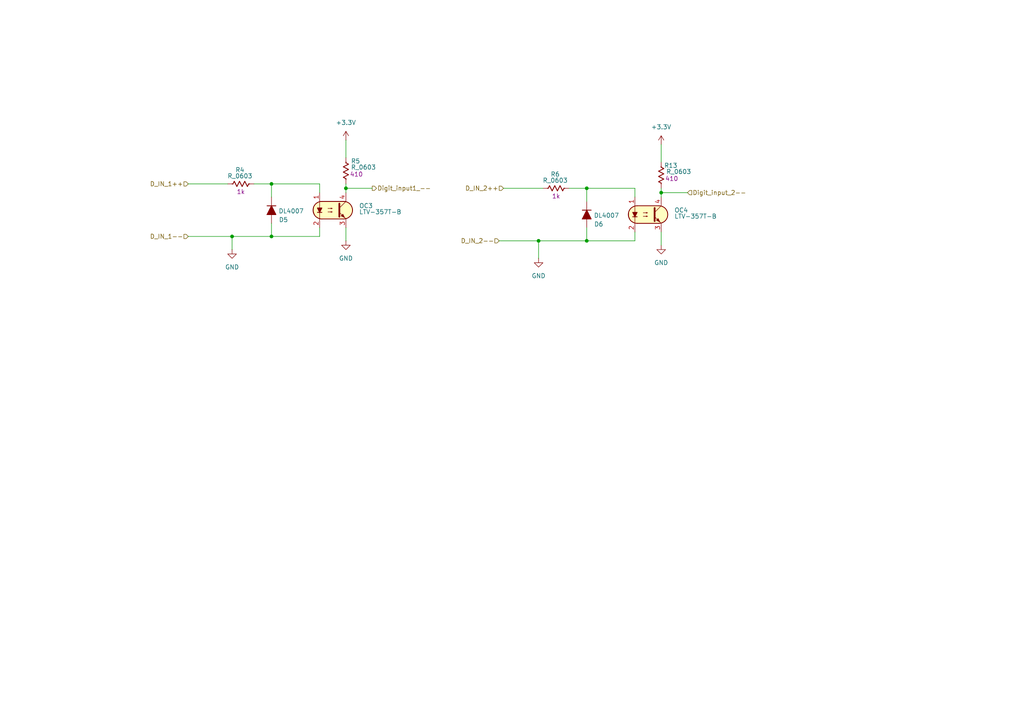
<source format=kicad_sch>
(kicad_sch (version 20250114) (generator "eeschema") (generator_version "9.0")
  (paper "A4")
  (lib_symbols
    (symbol "PCM_Diode_AKL:DL4007" (pin_numbers (hide yes)) (pin_names (offset 1.016) (hide yes))
      (property "Reference" "D" (at 0 5.08 0))
      (property "Value" "DL4007" (at 0 2.54 0))
      (symbol "DL4007_0_1"
        (polyline (pts (xy -1.27 1.27) (xy -1.27 -1.27) (xy 1.27 0) (xy -1.27 1.27)) (stroke (width 0.254)) (fill (type outline)))
        (polyline (pts (xy -1.27 0) (xy 1.27 0)))
        (polyline (pts (xy 1.27 1.27) (xy 1.27 -1.27)) (stroke (width 0.254)))
      )
      (symbol "DL4007_0_2"
        (polyline (pts (xy -2.54 -2.54) (xy 2.54 2.54)))
        (polyline (pts (xy -0.889 -0.889) (xy -1.778 0) (xy 0.889 0.889) (xy 0 -1.778) (xy -0.889 -0.889)) (stroke (width 0.254)) (fill (type outline)))
        (polyline (pts (xy 0 1.778) (xy 1.778 0)) (stroke (width 0.254)))
      )
      (symbol "DL4007_1_1"
        (pin passive line (at -3.81 0 0) (length 2.54) (name "A") (number "2"))
        (pin passive line (at 3.81 0 180) (length 2.54) (name "K") (number "1"))
      )
      (symbol "DL4007_1_2"
        (pin passive line (at -2.54 -2.54 0) (length 0) (name "A") (number "2"))
        (pin passive line (at 2.54 2.54 180) (length 0) (name "K") (number "1"))
      )
    )
    (symbol "PCM_Optocoupler_AKL:LTV-357T-B" (pin_names (offset 1.016))
      (property "Reference" "OC" (at 6.35 1.27 0))
      (property "Value" "LTV-357T-B" (at 6.35 -1.27 0))
      (symbol "LTV-357T-B_0_1"
        (polyline (pts (xy -4.445 -0.635) (xy -3.175 -0.635)) (stroke (width 0.254)))
        (polyline (pts (xy -3.81 -0.635) (xy -4.445 0.635) (xy -3.175 0.635) (xy -3.81 -0.635)) (stroke (width 0.254)) (fill (type outline)))
        (polyline (pts (xy -3.81 -2.54) (xy -3.81 -1.27) (xy -3.81 2.54)) (stroke (width 0.1524)))
        (polyline (pts (xy -3.175 2.54) (xy 3.175 2.54)) (stroke (width 0.254)))
        (arc (start -3.1975 -2.54) (mid -5.7151 0) (end -3.1975 2.54) (stroke (width 0.254)))
        (polyline (pts (xy -2.54 2.54) (xy 3.429 2.54) (xy 4.318 2.286) (xy 4.699 2.032) (xy 5.08 1.651) (xy 5.461 1.016) (xy 5.715 0.381) (xy 5.715 -0.381) (xy 5.461 -1.143) (xy 4.826 -1.905) (xy 4.191 -2.286) (xy 3.302 -2.54) (xy -3.81 -2.54) (xy -3.81 -2.54) (xy -4.572 -2.032) (xy -5.08 -1.778) (xy -5.588 -0.508) (xy -5.588 0.254) (xy -5.588 1.016) (xy -5.08 1.778) (xy -4.318 2.286) (xy -3.556 2.54) (xy -2.54 2.54)) (stroke (width 0.01)) (fill (type background)))
        (polyline (pts (xy -1.397 0.508) (xy -0.127 0.508) (xy -0.508 0.381) (xy -0.508 0.635) (xy -0.127 0.508)))
        (polyline (pts (xy -1.397 -0.508) (xy -0.127 -0.508) (xy -0.508 -0.635) (xy -0.508 -0.381) (xy -0.127 -0.508)))
        (polyline (pts (xy 1.905 1.905) (xy 1.905 -1.905) (xy 1.905 -1.905)) (stroke (width 0.508)))
        (polyline (pts (xy 1.905 0.635) (xy 3.81 2.54)))
        (polyline (pts (xy 2.413 -1.651) (xy 2.921 -1.143) (xy 3.429 -2.159) (xy 2.413 -1.651) (xy 2.413 -1.651)) (fill (type outline)))
        (arc (start 3.1975 2.54) (mid 5.7151 0) (end 3.1975 -2.54) (stroke (width 0.254)))
        (polyline (pts (xy 3.175 -2.54) (xy -3.175 -2.54)) (stroke (width 0.254)))
        (polyline (pts (xy 3.81 -2.54) (xy 1.905 -0.635)) (fill (type outline)))
      )
      (symbol "LTV-357T-B_1_1"
        (pin passive line (at -3.81 5.08 270) (length 2.54) (name "~") (number "1"))
        (pin passive line (at -3.81 -5.08 90) (length 2.54) (name "~") (number "2"))
        (pin passive line (at 3.81 5.08 270) (length 2.54) (name "~") (number "4"))
        (pin passive line (at 3.81 -5.08 90) (length 2.54) (name "~") (number "3"))
      )
    )
    (symbol "PCM_Resistor_US_AKL:R_0603" (pin_numbers (hide yes)) (pin_names (offset 0))
      (property "Reference" "R" (at 2.54 1.27 0))
      (property "Value" "R_0603" (at 2.54 -1.27 0))
      (symbol "R_0603_0_1"
        (polyline (pts (xy 0 2.286) (xy 0 2.54)) (stroke (width 0.254)))
        (polyline (pts (xy 0 2.286) (xy 0.762 1.905) (xy -0.762 1.143) (xy 0 0.762) (xy 0.762 0.381) (xy 0 0) (xy -0.762 -0.381) (xy 0 -0.762) (xy 0.762 -1.143) (xy 0 -1.524) (xy -0.762 -1.905) (xy 0 -2.286)) (stroke (width 0.254)))
        (polyline (pts (xy 0 -2.286) (xy 0 -2.54)) (stroke (width 0.254)))
      )
      (symbol "R_0603_0_2"
        (polyline (pts (xy -2.54 -2.54) (xy -1.778 -1.778)))
        (polyline (pts (xy -1.778 -1.778) (xy -1.524 -1.524)) (stroke (width 0.254)))
        (polyline (pts (xy -1.524 -1.524) (xy -1.778 -0.762) (xy -1.016 -1.016)) (stroke (width 0.254)))
        (polyline (pts (xy -0.508 -0.508) (xy -0.762 0.254) (xy 0 0)) (stroke (width 0.254)))
        (polyline (pts (xy -0.508 -0.508) (xy -0.254 -1.27) (xy -1.016 -1.016)) (stroke (width 0.254)))
        (polyline (pts (xy 0.508 0.508) (xy 0.254 1.27) (xy 1.016 1.016)) (stroke (width 0.254)))
        (polyline (pts (xy 0.508 0.508) (xy 0.762 -0.254) (xy 0 0)) (stroke (width 0.254)))
        (polyline (pts (xy 1.524 1.524) (xy 1.778 0.762) (xy 1.016 1.016)) (stroke (width 0.254)))
        (polyline (pts (xy 1.778 1.778) (xy 1.524 1.524)) (stroke (width 0.254)))
        (polyline (pts (xy 1.778 1.778) (xy 2.54 2.54)))
      )
      (symbol "R_0603_1_1"
        (pin passive line (at 0 3.81 270) (length 1.27) (name "~") (number "1"))
        (pin passive line (at 0 -3.81 90) (length 1.27) (name "~") (number "2"))
      )
      (symbol "R_0603_1_2"
        (pin passive line (at -2.54 -2.54 0) (length 0) (name "") (number "2"))
        (pin passive line (at 2.54 2.54 180) (length 0) (name "") (number "1"))
      )
    )
    (symbol "power:+3.3V" (power) (pin_numbers (hide yes)) (pin_names (offset 0) (hide yes))
      (property "Value" "+3.3V" (at 0 3.556 0))
      (symbol "+3.3V_0_1"
        (polyline (pts (xy -0.762 1.27) (xy 0 2.54)))
        (polyline (pts (xy 0 2.54) (xy 0.762 1.27)))
        (polyline (pts (xy 0 0) (xy 0 2.54)))
      )
      (symbol "+3.3V_1_1"
        (pin power_in line (at 0 0 90) (length 0) (name "~") (number "1"))
      )
    )
    (symbol "power:GND" (power) (pin_numbers (hide yes)) (pin_names (offset 0) (hide yes))
      (property "Value" "GND" (at 0 -3.81 0))
      (symbol "GND_0_1"
        (polyline (pts (xy 0 0) (xy 0 -1.27) (xy 1.27 -1.27) (xy 0 -2.54) (xy -1.27 -1.27) (xy 0 -1.27)))
      )
      (symbol "GND_1_1"
        (pin power_in line (at 0 0 270) (length 0) (name "~") (number "1"))
      )
    )
  )
  (junction (at 170.18 69.85))
  (junction (at 156.21 69.85))
  (junction (at 191.77 55.88))
  (junction (at 78.74 68.58))
  (junction (at 67.31 68.58))
  (junction (at 78.74 53.34))
  (junction (at 170.18 54.61))
  (junction (at 100.33 54.61))
  (wire (pts (xy 165.1 54.61) (xy 170.18 54.61)))
  (wire (pts (xy 156.21 69.85) (xy 156.21 74.93)))
  (wire (pts (xy 78.74 53.34) (xy 92.71 53.34)))
  (wire (pts (xy 100.33 53.34) (xy 100.33 54.61)))
  (wire (pts (xy 78.74 64.77) (xy 78.74 68.58)))
  (wire (pts (xy 100.33 40.64) (xy 100.33 45.72)))
  (wire (pts (xy 54.61 53.34) (xy 66.04 53.34)))
  (wire (pts (xy 78.74 53.34) (xy 78.74 57.15)))
  (wire (pts (xy 144.78 69.85) (xy 156.21 69.85)))
  (wire (pts (xy 73.66 53.34) (xy 78.74 53.34)))
  (wire (pts (xy 191.77 55.88) (xy 191.77 57.15)))
  (wire (pts (xy 191.77 67.31) (xy 191.77 71.12)))
  (wire (pts (xy 170.18 69.85) (xy 184.15 69.85)))
  (wire (pts (xy 67.31 68.58) (xy 67.31 72.39)))
  (wire (pts (xy 184.15 67.31) (xy 184.15 69.85)))
  (wire (pts (xy 92.71 66.04) (xy 92.71 68.58)))
  (wire (pts (xy 100.33 54.61) (xy 100.33 55.88)))
  (wire (pts (xy 170.18 66.04) (xy 170.18 69.85)))
  (wire (pts (xy 184.15 54.61) (xy 184.15 57.15)))
  (wire (pts (xy 191.77 55.88) (xy 199.39 55.88)))
  (wire (pts (xy 191.77 41.91) (xy 191.77 46.99)))
  (wire (pts (xy 92.71 53.34) (xy 92.71 55.88)))
  (wire (pts (xy 100.33 54.61) (xy 107.95 54.61)))
  (wire (pts (xy 100.33 66.04) (xy 100.33 69.85)))
  (wire (pts (xy 54.61 68.58) (xy 67.31 68.58)))
  (wire (pts (xy 156.21 69.85) (xy 170.18 69.85)))
  (wire (pts (xy 146.05 54.61) (xy 157.48 54.61)))
  (wire (pts (xy 78.74 68.58) (xy 92.71 68.58)))
  (wire (pts (xy 170.18 54.61) (xy 170.18 58.42)))
  (wire (pts (xy 170.18 54.61) (xy 184.15 54.61)))
  (wire (pts (xy 191.77 54.61) (xy 191.77 55.88)))
  (wire (pts (xy 67.31 68.58) (xy 78.74 68.58)))
  (hierarchical_label "D_IN_2--" (shape input) (at 144.78 69.85 180))
  (hierarchical_label "D_IN_1++" (shape input) (at 54.61 53.34 180))
  (hierarchical_label "D_IN_1--" (shape input) (at 54.61 68.58 180))
  (hierarchical_label "Digit_input_2--" (shape input) (at 199.39 55.88 0))
  (hierarchical_label "D_IN_2++" (shape input) (at 146.05 54.61 180))
  (hierarchical_label "Digit_input1_--" (shape output) (at 107.95 54.61 0))
  (symbol (lib_id "PCM_Resistor_US_AKL:R_0603") (at 69.85 53.34 90) (unit 1)
    (property "Reference" "R4" (at 69.596 49.276 90))
    (property "Value" "R_0603" (at 69.596 51.054 90))
    (property "Footprint" "PCM_Resistor_SMD_AKL:R_0603_1608Metric" (effects (hide yes)))
    (property "Description" "SMD 0603 Chip Resistor, US Symbol, Alternate KiCad Library" (effects (hide yes)))
    (property "Capacidad" "1k" (at 69.85 55.626 90))
  )
  (symbol (lib_id "PCM_Resistor_US_AKL:R_0603") (at 100.33 49.53 0) (unit 1)
    (property "Reference" "R5" (at 103.124 46.736 0))
    (property "Value" "R_0603" (at 105.41 48.514 0))
    (property "Footprint" "PCM_Resistor_SMD_AKL:R_0603_1608Metric" (effects (hide yes)))
    (property "Description" "SMD 0603 Chip Resistor, US Symbol, Alternate KiCad Library" (effects (hide yes)))
    (property "Capacidad" "410" (at 103.378 50.546 0))
  )
  (symbol (lib_id "PCM_Diode_AKL:DL4007") (at 78.74 60.96 90) (unit 1)
    (property "Reference" "D5" (at 83.566 63.754 90) (effects (justify left)))
    (property "Value" "DL4007" (at 88.138 61.214 90) (effects (justify left)))
    (property "Footprint" "Diode_SMD:D_0805_2012Metric_Pad1.15x1.40mm_HandSolder" (effects (hide yes)))
    (property "Datasheet" "https://www.diodes.com/assets/Datasheets/products_inactive_data/ds16001.pdf" (effects (hide yes)))
    (property "Description" "MELF Diode, Rectifier, 1000V, 1A, Alternate KiCad Library" (effects (hide yes)))
  )
  (symbol (lib_id "power:GND") (at 156.21 74.93 0) (unit 1)
    (property "Reference" "#PWR036" (effects (hide yes)))
    (property "Value" "GND" (at 156.21 80.01 0))
    (property "Description" "Power symbol creates a global label with name \"GND\" , ground" (effects (hide yes)))
  )
  (symbol (lib_id "power:GND") (at 191.77 71.12 0) (unit 1)
    (property "Reference" "#PWR034" (effects (hide yes)))
    (property "Value" "GND" (at 191.77 76.2 0))
    (property "Description" "Power symbol creates a global label with name \"GND\" , ground" (effects (hide yes)))
  )
  (symbol (lib_id "power:GND") (at 67.31 72.39 0) (unit 1)
    (property "Reference" "#PWR035" (effects (hide yes)))
    (property "Value" "GND" (at 67.31 77.47 0))
    (property "Description" "Power symbol creates a global label with name \"GND\" , ground" (effects (hide yes)))
  )
  (symbol (lib_id "PCM_Resistor_US_AKL:R_0603") (at 161.29 54.61 90) (unit 1)
    (property "Reference" "R6" (at 161.036 50.546 90))
    (property "Value" "R_0603" (at 161.036 52.324 90))
    (property "Footprint" "PCM_Resistor_SMD_AKL:R_0603_1608Metric" (effects (hide yes)))
    (property "Description" "SMD 0603 Chip Resistor, US Symbol, Alternate KiCad Library" (effects (hide yes)))
    (property "Capacidad" "1k" (at 161.29 56.896 90))
  )
  (symbol (lib_id "PCM_Resistor_US_AKL:R_0603") (at 191.77 50.8 0) (unit 1)
    (property "Reference" "R13" (at 194.564 48.006 0))
    (property "Value" "R_0603" (at 196.85 49.784 0))
    (property "Footprint" "PCM_Resistor_SMD_AKL:R_0603_1608Metric" (effects (hide yes)))
    (property "Description" "SMD 0603 Chip Resistor, US Symbol, Alternate KiCad Library" (effects (hide yes)))
    (property "Capacidad" "410" (at 194.818 51.816 0))
  )
  (symbol (lib_id "PCM_Optocoupler_AKL:LTV-357T-B") (at 96.52 60.96 0) (unit 1)
    (property "Reference" "OC3" (at 104.14 59.6899 0) (effects (justify left)))
    (property "Value" "LTV-357T-B" (at 104.14 61.468 0) (effects (justify left)))
    (property "Footprint" "PCM_Package_SO_AKL:SO-4_4.4x3.9mm_P2.54mm" (effects (hide yes)))
    (property "Datasheet" "https://www.tme.eu/Document/4ccb1404604244f2e07aa15af3469fcc/LTV-357T.pdf" (effects (hide yes)))
    (property "Description" "SO-4 Optocoupler, Transistor output, 3.75kV, 18us, Alternate KiCAD Library" (effects (hide yes)))
  )
  (symbol (lib_id "power:GND") (at 100.33 69.85 0) (unit 1)
    (property "Reference" "#PWR032" (effects (hide yes)))
    (property "Value" "GND" (at 100.33 74.93 0))
    (property "Description" "Power symbol creates a global label with name \"GND\" , ground" (effects (hide yes)))
  )
  (symbol (lib_id "PCM_Diode_AKL:DL4007") (at 170.18 62.23 90) (unit 1)
    (property "Reference" "D6" (at 175.006 65.024 90) (effects (justify left)))
    (property "Value" "DL4007" (at 179.578 62.484 90) (effects (justify left)))
    (property "Footprint" "Diode_SMD:D_0805_2012Metric_Pad1.15x1.40mm_HandSolder" (effects (hide yes)))
    (property "Datasheet" "https://www.diodes.com/assets/Datasheets/products_inactive_data/ds16001.pdf" (effects (hide yes)))
    (property "Description" "MELF Diode, Rectifier, 1000V, 1A, Alternate KiCad Library" (effects (hide yes)))
  )
  (symbol (lib_id "PCM_Optocoupler_AKL:LTV-357T-B") (at 187.96 62.23 0) (unit 1)
    (property "Reference" "OC4" (at 195.58 60.9599 0) (effects (justify left)))
    (property "Value" "LTV-357T-B" (at 195.58 62.738 0) (effects (justify left)))
    (property "Footprint" "PCM_Package_SO_AKL:SO-4_4.4x3.9mm_P2.54mm" (effects (hide yes)))
    (property "Datasheet" "https://www.tme.eu/Document/4ccb1404604244f2e07aa15af3469fcc/LTV-357T.pdf" (effects (hide yes)))
    (property "Description" "SO-4 Optocoupler, Transistor output, 3.75kV, 18us, Alternate KiCAD Library" (effects (hide yes)))
  )
  (symbol (lib_id "power:+3.3V") (at 191.77 41.91 0) (unit 1)
    (property "Reference" "#PWR033" (effects (hide yes)))
    (property "Value" "+3.3V" (at 191.77 36.83 0))
    (property "Description" "Power symbol creates a global label with name \"+3.3V\"" (effects (hide yes)))
  )
  (symbol (lib_id "power:+3.3V") (at 100.33 40.64 0) (unit 1)
    (property "Reference" "#PWR031" (effects (hide yes)))
    (property "Value" "+3.3V" (at 100.33 35.56 0))
    (property "Description" "Power symbol creates a global label with name \"+3.3V\"" (effects (hide yes)))
  )
)
</source>
